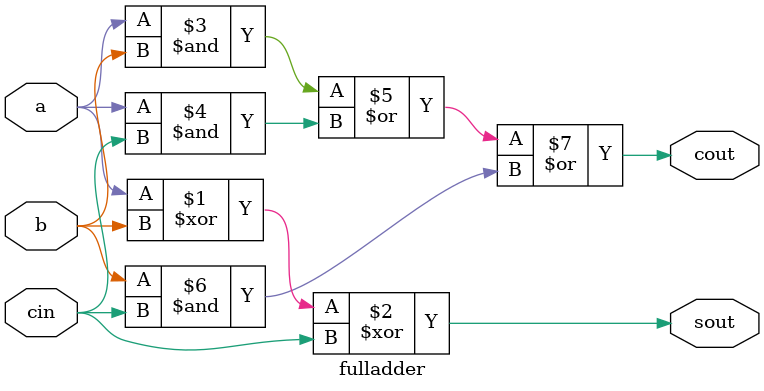
<source format=v>
`timescale 1ns / 1ps

module fulladder(sout, cout, a, b, cin);
	output sout, cout;
	input a, b, cin;
	
	assign sout = (a ^ b ^ cin);
	assign cout = ((a & b) | (a & cin) | (b & cin));
endmodule

</source>
